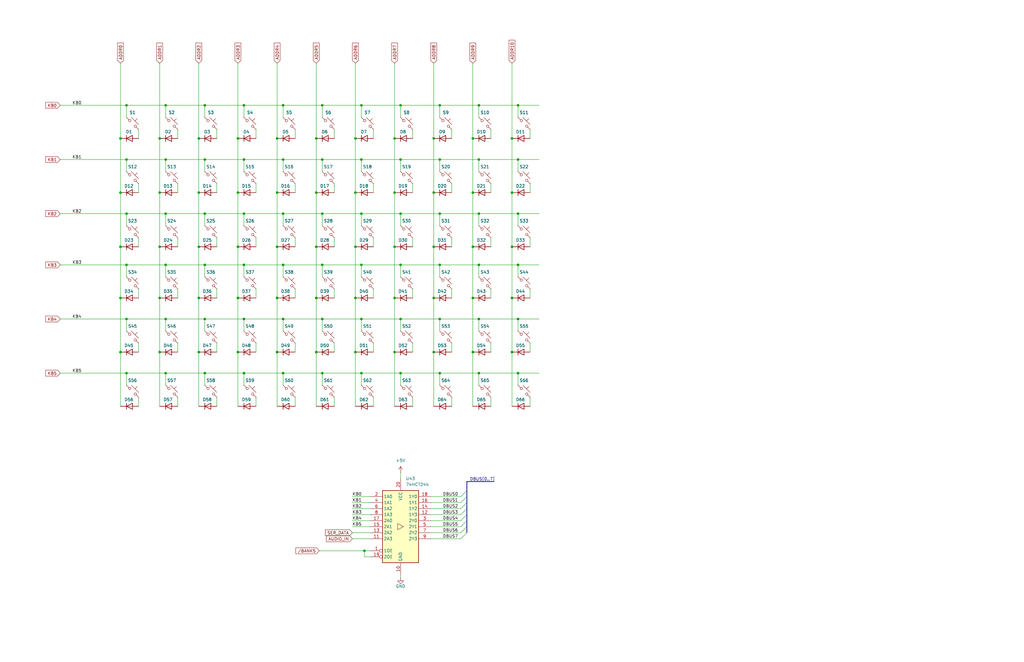
<source format=kicad_sch>
(kicad_sch (version 20231120) (generator "eeschema") (generator_version "8.0")
  (paper "B")
  (junction (at 116.84 125.73))
  (junction (at 133.35 104.14))
  (junction (at 185.42 111.76))
  (junction (at 182.88 81.28))
  (junction (at 86.36 157.48))
  (junction (at 149.86 81.28))
  (junction (at 215.9 58.42))
  (junction (at 168.91 90.17))
  (junction (at 100.33 125.73))
  (junction (at 53.34 90.17))
  (junction (at 86.36 67.31))
  (junction (at 135.89 44.45))
  (junction (at 86.36 134.62))
  (junction (at 218.44 157.48))
  (junction (at 53.34 44.45))
  (junction (at 201.93 134.62))
  (junction (at 182.88 148.59))
  (junction (at 166.37 58.42))
  (junction (at 152.4 67.31))
  (junction (at 86.36 111.76))
  (junction (at 102.87 90.17))
  (junction (at 166.37 81.28))
  (junction (at 83.82 58.42))
  (junction (at 149.86 58.42))
  (junction (at 201.93 90.17))
  (junction (at 218.44 134.62))
  (junction (at 152.4 157.48))
  (junction (at 199.39 58.42))
  (junction (at 185.42 67.31))
  (junction (at 116.84 81.28))
  (junction (at 133.35 148.59))
  (junction (at 119.38 157.48))
  (junction (at 133.35 58.42))
  (junction (at 67.31 58.42))
  (junction (at 218.44 67.31))
  (junction (at 53.34 157.48))
  (junction (at 182.88 104.14))
  (junction (at 215.9 125.73))
  (junction (at 83.82 81.28))
  (junction (at 100.33 148.59))
  (junction (at 67.31 104.14))
  (junction (at 168.91 111.76))
  (junction (at 168.91 157.48))
  (junction (at 152.4 44.45))
  (junction (at 168.91 67.31))
  (junction (at 102.87 157.48))
  (junction (at 201.93 157.48))
  (junction (at 149.86 148.59))
  (junction (at 100.33 104.14))
  (junction (at 199.39 81.28))
  (junction (at 168.91 134.62))
  (junction (at 83.82 148.59))
  (junction (at 135.89 157.48))
  (junction (at 218.44 44.45))
  (junction (at 201.93 44.45))
  (junction (at 100.33 58.42))
  (junction (at 67.31 81.28))
  (junction (at 218.44 90.17))
  (junction (at 53.34 134.62))
  (junction (at 149.86 104.14))
  (junction (at 100.33 81.28))
  (junction (at 102.87 67.31))
  (junction (at 135.89 111.76))
  (junction (at 116.84 58.42))
  (junction (at 199.39 104.14))
  (junction (at 119.38 111.76))
  (junction (at 53.34 111.76))
  (junction (at 53.34 67.31))
  (junction (at 69.85 90.17))
  (junction (at 50.8 58.42))
  (junction (at 185.42 90.17))
  (junction (at 153.67 232.41))
  (junction (at 133.35 81.28))
  (junction (at 185.42 44.45))
  (junction (at 201.93 67.31))
  (junction (at 135.89 90.17))
  (junction (at 83.82 104.14))
  (junction (at 119.38 67.31))
  (junction (at 182.88 125.73))
  (junction (at 116.84 104.14))
  (junction (at 50.8 104.14))
  (junction (at 69.85 111.76))
  (junction (at 50.8 148.59))
  (junction (at 166.37 125.73))
  (junction (at 215.9 104.14))
  (junction (at 102.87 44.45))
  (junction (at 69.85 157.48))
  (junction (at 102.87 134.62))
  (junction (at 135.89 134.62))
  (junction (at 152.4 90.17))
  (junction (at 102.87 111.76))
  (junction (at 201.93 111.76))
  (junction (at 86.36 90.17))
  (junction (at 152.4 111.76))
  (junction (at 166.37 148.59))
  (junction (at 50.8 125.73))
  (junction (at 152.4 134.62))
  (junction (at 119.38 134.62))
  (junction (at 50.8 81.28))
  (junction (at 67.31 148.59))
  (junction (at 86.36 44.45))
  (junction (at 119.38 90.17))
  (junction (at 69.85 134.62))
  (junction (at 135.89 67.31))
  (junction (at 69.85 67.31))
  (junction (at 69.85 44.45))
  (junction (at 67.31 125.73))
  (junction (at 199.39 148.59))
  (junction (at 218.44 111.76))
  (junction (at 199.39 125.73))
  (junction (at 83.82 125.73))
  (junction (at 119.38 44.45))
  (junction (at 166.37 104.14))
  (junction (at 215.9 81.28))
  (junction (at 215.9 148.59))
  (junction (at 116.84 148.59))
  (junction (at 182.88 58.42))
  (junction (at 185.42 134.62))
  (junction (at 185.42 157.48))
  (junction (at 149.86 125.73))
  (junction (at 168.91 44.45))
  (junction (at 133.35 125.73))
  (bus_entry (at 194.31 212.09) (size 2.54 -2.54))
  (bus_entry (at 194.31 209.55) (size 2.54 -2.54))
  (bus_entry (at 194.31 217.17) (size 2.54 -2.54))
  (bus_entry (at 194.31 224.79) (size 2.54 -2.54))
  (bus_entry (at 194.31 219.71) (size 2.54 -2.54))
  (bus_entry (at 194.31 227.33) (size 2.54 -2.54))
  (bus_entry (at 194.31 214.63) (size 2.54 -2.54))
  (bus_entry (at 194.31 222.25) (size 2.54 -2.54))
  (wire (pts (xy 116.84 125.73) (xy 116.84 148.59)))
  (wire (pts (xy 201.93 95.25) (xy 201.93 90.17)))
  (wire (pts (xy 168.91 242.57) (xy 168.91 243.84)))
  (wire (pts (xy 69.85 67.31) (xy 86.36 67.31)))
  (wire (pts (xy 152.4 49.53) (xy 152.4 44.45)))
  (wire (pts (xy 207.01 144.78) (xy 207.01 148.59)))
  (wire (pts (xy 102.87 44.45) (xy 119.38 44.45)))
  (wire (pts (xy 69.85 162.56) (xy 69.85 157.48)))
  (wire (pts (xy 135.89 139.7) (xy 135.89 134.62)))
  (wire (pts (xy 152.4 67.31) (xy 168.91 67.31)))
  (wire (pts (xy 215.9 125.73) (xy 215.9 148.59)))
  (wire (pts (xy 218.44 116.84) (xy 218.44 111.76)))
  (wire (pts (xy 152.4 72.39) (xy 152.4 67.31)))
  (wire (pts (xy 25.4 134.62) (xy 53.34 134.62)))
  (wire (pts (xy 67.31 125.73) (xy 67.31 148.59)))
  (wire (pts (xy 181.61 222.25) (xy 194.31 222.25)))
  (wire (pts (xy 50.8 81.28) (xy 50.8 104.14)))
  (wire (pts (xy 157.48 100.33) (xy 157.48 104.14)))
  (wire (pts (xy 102.87 67.31) (xy 119.38 67.31)))
  (wire (pts (xy 199.39 81.28) (xy 199.39 104.14)))
  (wire (pts (xy 201.93 134.62) (xy 218.44 134.62)))
  (wire (pts (xy 69.85 134.62) (xy 86.36 134.62)))
  (wire (pts (xy 67.31 148.59) (xy 67.31 171.45)))
  (wire (pts (xy 148.59 227.33) (xy 156.21 227.33)))
  (wire (pts (xy 148.59 217.17) (xy 156.21 217.17)))
  (wire (pts (xy 185.42 111.76) (xy 201.93 111.76)))
  (wire (pts (xy 86.36 72.39) (xy 86.36 67.31)))
  (wire (pts (xy 152.4 95.25) (xy 152.4 90.17)))
  (wire (pts (xy 58.42 121.92) (xy 58.42 125.73)))
  (wire (pts (xy 53.34 157.48) (xy 69.85 157.48)))
  (wire (pts (xy 91.44 100.33) (xy 91.44 104.14)))
  (wire (pts (xy 149.86 104.14) (xy 149.86 125.73)))
  (wire (pts (xy 168.91 199.39) (xy 168.91 201.93)))
  (wire (pts (xy 133.35 125.73) (xy 133.35 148.59)))
  (wire (pts (xy 152.4 44.45) (xy 168.91 44.45)))
  (wire (pts (xy 50.8 26.67) (xy 50.8 58.42)))
  (wire (pts (xy 201.93 49.53) (xy 201.93 44.45)))
  (wire (pts (xy 53.34 111.76) (xy 69.85 111.76)))
  (wire (pts (xy 185.42 72.39) (xy 185.42 67.31)))
  (wire (pts (xy 91.44 54.61) (xy 91.44 58.42)))
  (wire (pts (xy 168.91 139.7) (xy 168.91 134.62)))
  (wire (pts (xy 148.59 219.71) (xy 156.21 219.71)))
  (wire (pts (xy 218.44 157.48) (xy 227.33 157.48)))
  (wire (pts (xy 223.52 121.92) (xy 223.52 125.73)))
  (wire (pts (xy 190.5 167.64) (xy 190.5 171.45)))
  (wire (pts (xy 181.61 219.71) (xy 194.31 219.71)))
  (wire (pts (xy 74.93 77.47) (xy 74.93 81.28)))
  (wire (pts (xy 185.42 157.48) (xy 201.93 157.48)))
  (wire (pts (xy 69.85 72.39) (xy 69.85 67.31)))
  (wire (pts (xy 58.42 100.33) (xy 58.42 104.14)))
  (wire (pts (xy 218.44 90.17) (xy 227.33 90.17)))
  (wire (pts (xy 53.34 49.53) (xy 53.34 44.45)))
  (wire (pts (xy 124.46 144.78) (xy 124.46 148.59)))
  (wire (pts (xy 199.39 26.67) (xy 199.39 58.42)))
  (wire (pts (xy 83.82 58.42) (xy 83.82 81.28)))
  (wire (pts (xy 107.95 100.33) (xy 107.95 104.14)))
  (wire (pts (xy 25.4 67.31) (xy 53.34 67.31)))
  (wire (pts (xy 133.35 58.42) (xy 133.35 81.28)))
  (wire (pts (xy 156.21 234.95) (xy 153.67 234.95)))
  (wire (pts (xy 50.8 104.14) (xy 50.8 125.73)))
  (wire (pts (xy 86.36 139.7) (xy 86.36 134.62)))
  (wire (pts (xy 218.44 111.76) (xy 227.33 111.76)))
  (wire (pts (xy 86.36 95.25) (xy 86.36 90.17)))
  (wire (pts (xy 50.8 58.42) (xy 50.8 81.28)))
  (wire (pts (xy 157.48 144.78) (xy 157.48 148.59)))
  (wire (pts (xy 181.61 217.17) (xy 194.31 217.17)))
  (wire (pts (xy 135.89 157.48) (xy 152.4 157.48)))
  (wire (pts (xy 157.48 121.92) (xy 157.48 125.73)))
  (wire (pts (xy 157.48 167.64) (xy 157.48 171.45)))
  (wire (pts (xy 201.93 139.7) (xy 201.93 134.62)))
  (wire (pts (xy 215.9 58.42) (xy 215.9 81.28)))
  (wire (pts (xy 69.85 157.48) (xy 86.36 157.48)))
  (wire (pts (xy 133.35 81.28) (xy 133.35 104.14)))
  (wire (pts (xy 53.34 44.45) (xy 69.85 44.45)))
  (wire (pts (xy 181.61 214.63) (xy 194.31 214.63)))
  (wire (pts (xy 86.36 162.56) (xy 86.36 157.48)))
  (wire (pts (xy 67.31 104.14) (xy 67.31 125.73)))
  (wire (pts (xy 190.5 144.78) (xy 190.5 148.59)))
  (wire (pts (xy 86.36 49.53) (xy 86.36 44.45)))
  (wire (pts (xy 25.4 90.17) (xy 53.34 90.17)))
  (wire (pts (xy 53.34 139.7) (xy 53.34 134.62)))
  (wire (pts (xy 124.46 100.33) (xy 124.46 104.14)))
  (wire (pts (xy 119.38 116.84) (xy 119.38 111.76)))
  (wire (pts (xy 157.48 54.61) (xy 157.48 58.42)))
  (wire (pts (xy 168.91 90.17) (xy 185.42 90.17)))
  (wire (pts (xy 135.89 49.53) (xy 135.89 44.45)))
  (wire (pts (xy 153.67 232.41) (xy 156.21 232.41)))
  (wire (pts (xy 166.37 26.67) (xy 166.37 58.42)))
  (wire (pts (xy 119.38 134.62) (xy 135.89 134.62)))
  (wire (pts (xy 168.91 49.53) (xy 168.91 44.45)))
  (wire (pts (xy 152.4 157.48) (xy 168.91 157.48)))
  (wire (pts (xy 182.88 148.59) (xy 182.88 171.45)))
  (wire (pts (xy 100.33 125.73) (xy 100.33 148.59)))
  (wire (pts (xy 149.86 148.59) (xy 149.86 171.45)))
  (wire (pts (xy 168.91 72.39) (xy 168.91 67.31)))
  (wire (pts (xy 86.36 111.76) (xy 102.87 111.76)))
  (wire (pts (xy 135.89 72.39) (xy 135.89 67.31)))
  (wire (pts (xy 152.4 134.62) (xy 168.91 134.62)))
  (wire (pts (xy 185.42 67.31) (xy 201.93 67.31)))
  (wire (pts (xy 199.39 58.42) (xy 199.39 81.28)))
  (wire (pts (xy 166.37 148.59) (xy 166.37 171.45)))
  (wire (pts (xy 100.33 148.59) (xy 100.33 171.45)))
  (wire (pts (xy 182.88 26.67) (xy 182.88 58.42)))
  (wire (pts (xy 215.9 26.67) (xy 215.9 58.42)))
  (wire (pts (xy 148.59 224.79) (xy 156.21 224.79)))
  (wire (pts (xy 67.31 26.67) (xy 67.31 58.42)))
  (wire (pts (xy 135.89 162.56) (xy 135.89 157.48)))
  (wire (pts (xy 53.34 95.25) (xy 53.34 90.17)))
  (wire (pts (xy 140.97 144.78) (xy 140.97 148.59)))
  (wire (pts (xy 199.39 148.59) (xy 199.39 171.45)))
  (wire (pts (xy 201.93 72.39) (xy 201.93 67.31)))
  (wire (pts (xy 182.88 125.73) (xy 182.88 148.59)))
  (wire (pts (xy 86.36 44.45) (xy 102.87 44.45)))
  (wire (pts (xy 223.52 54.61) (xy 223.52 58.42)))
  (wire (pts (xy 119.38 67.31) (xy 135.89 67.31)))
  (wire (pts (xy 166.37 125.73) (xy 166.37 148.59)))
  (wire (pts (xy 102.87 134.62) (xy 119.38 134.62)))
  (wire (pts (xy 135.89 67.31) (xy 152.4 67.31)))
  (wire (pts (xy 215.9 148.59) (xy 215.9 171.45)))
  (wire (pts (xy 74.93 121.92) (xy 74.93 125.73)))
  (wire (pts (xy 135.89 95.25) (xy 135.89 90.17)))
  (wire (pts (xy 100.33 58.42) (xy 100.33 81.28)))
  (wire (pts (xy 124.46 121.92) (xy 124.46 125.73)))
  (wire (pts (xy 173.99 54.61) (xy 173.99 58.42)))
  (wire (pts (xy 218.44 49.53) (xy 218.44 44.45)))
  (wire (pts (xy 201.93 44.45) (xy 218.44 44.45)))
  (wire (pts (xy 135.89 134.62) (xy 152.4 134.62)))
  (wire (pts (xy 140.97 121.92) (xy 140.97 125.73)))
  (wire (pts (xy 135.89 116.84) (xy 135.89 111.76)))
  (wire (pts (xy 102.87 116.84) (xy 102.87 111.76)))
  (wire (pts (xy 83.82 104.14) (xy 83.82 125.73)))
  (wire (pts (xy 190.5 121.92) (xy 190.5 125.73)))
  (bus (pts (xy 196.85 224.79) (xy 196.85 222.25)))
  (wire (pts (xy 148.59 214.63) (xy 156.21 214.63)))
  (wire (pts (xy 148.59 209.55) (xy 156.21 209.55)))
  (wire (pts (xy 218.44 95.25) (xy 218.44 90.17)))
  (wire (pts (xy 69.85 116.84) (xy 69.85 111.76)))
  (wire (pts (xy 69.85 49.53) (xy 69.85 44.45)))
  (wire (pts (xy 207.01 100.33) (xy 207.01 104.14)))
  (wire (pts (xy 91.44 121.92) (xy 91.44 125.73)))
  (wire (pts (xy 185.42 139.7) (xy 185.42 134.62)))
  (wire (pts (xy 199.39 125.73) (xy 199.39 148.59)))
  (wire (pts (xy 119.38 90.17) (xy 135.89 90.17)))
  (wire (pts (xy 67.31 58.42) (xy 67.31 81.28)))
  (bus (pts (xy 196.85 207.01) (xy 196.85 203.2)))
  (wire (pts (xy 181.61 212.09) (xy 194.31 212.09)))
  (wire (pts (xy 201.93 116.84) (xy 201.93 111.76)))
  (bus (pts (xy 196.85 217.17) (xy 196.85 214.63)))
  (wire (pts (xy 168.91 67.31) (xy 185.42 67.31)))
  (wire (pts (xy 124.46 54.61) (xy 124.46 58.42)))
  (wire (pts (xy 201.93 111.76) (xy 218.44 111.76)))
  (wire (pts (xy 182.88 58.42) (xy 182.88 81.28)))
  (wire (pts (xy 185.42 49.53) (xy 185.42 44.45)))
  (wire (pts (xy 69.85 44.45) (xy 86.36 44.45)))
  (wire (pts (xy 53.34 134.62) (xy 69.85 134.62)))
  (wire (pts (xy 25.4 157.48) (xy 53.34 157.48)))
  (wire (pts (xy 91.44 167.64) (xy 91.44 171.45)))
  (wire (pts (xy 140.97 167.64) (xy 140.97 171.45)))
  (wire (pts (xy 207.01 121.92) (xy 207.01 125.73)))
  (bus (pts (xy 196.85 209.55) (xy 196.85 207.01)))
  (wire (pts (xy 58.42 144.78) (xy 58.42 148.59)))
  (wire (pts (xy 69.85 90.17) (xy 86.36 90.17)))
  (wire (pts (xy 69.85 111.76) (xy 86.36 111.76)))
  (wire (pts (xy 102.87 157.48) (xy 119.38 157.48)))
  (wire (pts (xy 185.42 162.56) (xy 185.42 157.48)))
  (wire (pts (xy 218.44 67.31) (xy 227.33 67.31)))
  (wire (pts (xy 53.34 90.17) (xy 69.85 90.17)))
  (wire (pts (xy 190.5 54.61) (xy 190.5 58.42)))
  (wire (pts (xy 135.89 111.76) (xy 152.4 111.76)))
  (wire (pts (xy 181.61 227.33) (xy 194.31 227.33)))
  (wire (pts (xy 223.52 100.33) (xy 223.52 104.14)))
  (wire (pts (xy 119.38 44.45) (xy 135.89 44.45)))
  (wire (pts (xy 53.34 116.84) (xy 53.34 111.76)))
  (wire (pts (xy 173.99 121.92) (xy 173.99 125.73)))
  (wire (pts (xy 218.44 72.39) (xy 218.44 67.31)))
  (wire (pts (xy 133.35 104.14) (xy 133.35 125.73)))
  (wire (pts (xy 86.36 157.48) (xy 102.87 157.48)))
  (wire (pts (xy 148.59 222.25) (xy 156.21 222.25)))
  (wire (pts (xy 67.31 81.28) (xy 67.31 104.14)))
  (wire (pts (xy 53.34 162.56) (xy 53.34 157.48)))
  (wire (pts (xy 215.9 104.14) (xy 215.9 125.73)))
  (wire (pts (xy 74.93 54.61) (xy 74.93 58.42)))
  (wire (pts (xy 168.91 116.84) (xy 168.91 111.76)))
  (wire (pts (xy 181.61 224.79) (xy 194.31 224.79)))
  (wire (pts (xy 107.95 144.78) (xy 107.95 148.59)))
  (wire (pts (xy 100.33 104.14) (xy 100.33 125.73)))
  (wire (pts (xy 185.42 134.62) (xy 201.93 134.62)))
  (wire (pts (xy 152.4 90.17) (xy 168.91 90.17)))
  (wire (pts (xy 119.38 139.7) (xy 119.38 134.62)))
  (wire (pts (xy 58.42 54.61) (xy 58.42 58.42)))
  (wire (pts (xy 107.95 121.92) (xy 107.95 125.73)))
  (wire (pts (xy 102.87 111.76) (xy 119.38 111.76)))
  (wire (pts (xy 166.37 81.28) (xy 166.37 104.14)))
  (wire (pts (xy 140.97 77.47) (xy 140.97 81.28)))
  (wire (pts (xy 201.93 67.31) (xy 218.44 67.31)))
  (wire (pts (xy 149.86 125.73) (xy 149.86 148.59)))
  (wire (pts (xy 25.4 111.76) (xy 53.34 111.76)))
  (wire (pts (xy 223.52 144.78) (xy 223.52 148.59)))
  (wire (pts (xy 218.44 139.7) (xy 218.44 134.62)))
  (wire (pts (xy 185.42 44.45) (xy 201.93 44.45)))
  (wire (pts (xy 91.44 77.47) (xy 91.44 81.28)))
  (wire (pts (xy 149.86 58.42) (xy 149.86 81.28)))
  (wire (pts (xy 223.52 77.47) (xy 223.52 81.28)))
  (wire (pts (xy 140.97 54.61) (xy 140.97 58.42)))
  (wire (pts (xy 100.33 26.67) (xy 100.33 58.42)))
  (wire (pts (xy 157.48 77.47) (xy 157.48 81.28)))
  (wire (pts (xy 185.42 95.25) (xy 185.42 90.17)))
  (wire (pts (xy 119.38 95.25) (xy 119.38 90.17)))
  (wire (pts (xy 173.99 100.33) (xy 173.99 104.14)))
  (wire (pts (xy 133.35 26.67) (xy 133.35 58.42)))
  (wire (pts (xy 116.84 81.28) (xy 116.84 104.14)))
  (bus (pts (xy 196.85 212.09) (xy 196.85 209.55)))
  (wire (pts (xy 83.82 26.67) (xy 83.82 58.42)))
  (wire (pts (xy 83.82 81.28) (xy 83.82 104.14)))
  (wire (pts (xy 182.88 81.28) (xy 182.88 104.14)))
  (wire (pts (xy 218.44 44.45) (xy 227.33 44.45)))
  (wire (pts (xy 135.89 90.17) (xy 152.4 90.17)))
  (wire (pts (xy 69.85 95.25) (xy 69.85 90.17)))
  (wire (pts (xy 201.93 157.48) (xy 218.44 157.48)))
  (wire (pts (xy 74.93 167.64) (xy 74.93 171.45)))
  (wire (pts (xy 168.91 157.48) (xy 185.42 157.48)))
  (wire (pts (xy 102.87 49.53) (xy 102.87 44.45)))
  (wire (pts (xy 149.86 26.67) (xy 149.86 58.42)))
  (wire (pts (xy 119.38 49.53) (xy 119.38 44.45)))
  (wire (pts (xy 168.91 111.76) (xy 185.42 111.76)))
  (wire (pts (xy 181.61 209.55) (xy 194.31 209.55)))
  (wire (pts (xy 124.46 167.64) (xy 124.46 171.45)))
  (wire (pts (xy 153.67 234.95) (xy 153.67 232.41)))
  (wire (pts (xy 134.62 232.41) (xy 153.67 232.41)))
  (wire (pts (xy 107.95 54.61) (xy 107.95 58.42)))
  (wire (pts (xy 116.84 58.42) (xy 116.84 81.28)))
  (wire (pts (xy 119.38 157.48) (xy 135.89 157.48)))
  (wire (pts (xy 133.35 148.59) (xy 133.35 171.45)))
  (wire (pts (xy 199.39 104.14) (xy 199.39 125.73)))
  (wire (pts (xy 119.38 162.56) (xy 119.38 157.48)))
  (wire (pts (xy 135.89 44.45) (xy 152.4 44.45)))
  (wire (pts (xy 119.38 111.76) (xy 135.89 111.76)))
  (wire (pts (xy 91.44 144.78) (xy 91.44 148.59)))
  (wire (pts (xy 86.36 67.31) (xy 102.87 67.31)))
  (wire (pts (xy 50.8 148.59) (xy 50.8 171.45)))
  (wire (pts (xy 190.5 77.47) (xy 190.5 81.28)))
  (wire (pts (xy 168.91 95.25) (xy 168.91 90.17)))
  (wire (pts (xy 102.87 90.17) (xy 119.38 90.17)))
  (wire (pts (xy 190.5 100.33) (xy 190.5 104.14)))
  (wire (pts (xy 218.44 134.62) (xy 227.33 134.62)))
  (wire (pts (xy 201.93 90.17) (xy 218.44 90.17)))
  (wire (pts (xy 166.37 104.14) (xy 166.37 125.73)))
  (wire (pts (xy 207.01 77.47) (xy 207.01 81.28)))
  (wire (pts (xy 168.91 162.56) (xy 168.91 157.48)))
  (wire (pts (xy 116.84 148.59) (xy 116.84 171.45)))
  (wire (pts (xy 102.87 95.25) (xy 102.87 90.17)))
  (wire (pts (xy 152.4 116.84) (xy 152.4 111.76)))
  (wire (pts (xy 102.87 139.7) (xy 102.87 134.62)))
  (wire (pts (xy 74.93 144.78) (xy 74.93 148.59)))
  (wire (pts (xy 148.59 212.09) (xy 156.21 212.09)))
  (wire (pts (xy 182.88 104.14) (xy 182.88 125.73)))
  (wire (pts (xy 25.4 44.45) (xy 53.34 44.45)))
  (wire (pts (xy 102.87 162.56) (xy 102.87 157.48)))
  (wire (pts (xy 86.36 116.84) (xy 86.36 111.76)))
  (wire (pts (xy 207.01 167.64) (xy 207.01 171.45)))
  (wire (pts (xy 140.97 100.33) (xy 140.97 104.14)))
  (bus (pts (xy 196.85 203.2) (xy 208.28 203.2)))
  (wire (pts (xy 166.37 58.42) (xy 166.37 81.28)))
  (wire (pts (xy 69.85 139.7) (xy 69.85 134.62)))
  (wire (pts (xy 201.93 162.56) (xy 201.93 157.48)))
  (wire (pts (xy 83.82 125.73) (xy 83.82 148.59)))
  (bus (pts (xy 196.85 219.71) (xy 196.85 217.17)))
  (wire (pts (xy 223.52 167.64) (xy 223.52 171.45)))
  (wire (pts (xy 116.84 104.14) (xy 116.84 125.73)))
  (wire (pts (xy 53.34 67.31) (xy 69.85 67.31)))
  (wire (pts (xy 83.82 148.59) (xy 83.82 171.45)))
  (wire (pts (xy 173.99 167.64) (xy 173.99 171.45)))
  (wire (pts (xy 100.33 81.28) (xy 100.33 104.14)))
  (wire (pts (xy 107.95 167.64) (xy 107.95 171.45)))
  (wire (pts (xy 152.4 162.56) (xy 152.4 157.48)))
  (wire (pts (xy 119.38 72.39) (xy 119.38 67.31)))
  (wire (pts (xy 168.91 44.45) (xy 185.42 44.45)))
  (bus (pts (xy 196.85 214.63) (xy 196.85 212.09)))
  (wire (pts (xy 58.42 77.47) (xy 58.42 81.28)))
  (wire (pts (xy 168.91 134.62) (xy 185.42 134.62)))
  (wire (pts (xy 218.44 162.56) (xy 218.44 157.48)))
  (bus (pts (xy 196.85 222.25) (xy 196.85 219.71)))
  (wire (pts (xy 215.9 81.28) (xy 215.9 104.14)))
  (wire (pts (xy 149.86 81.28) (xy 149.86 104.14)))
  (wire (pts (xy 107.95 77.47) (xy 107.95 81.28)))
  (wire (pts (xy 173.99 144.78) (xy 173.99 148.59)))
  (wire (pts (xy 152.4 111.76) (xy 168.91 111.76)))
  (wire (pts (xy 185.42 116.84) (xy 185.42 111.76)))
  (wire (pts (xy 50.8 125.73) (xy 50.8 148.59)))
  (wire (pts (xy 102.87 72.39) (xy 102.87 67.31)))
  (wire (pts (xy 185.42 90.17) (xy 201.93 90.17)))
  (wire (pts (xy 53.34 72.39) (xy 53.34 67.31)))
  (wire (pts (xy 124.46 77.47) (xy 124.46 81.28)))
  (wire (pts (xy 74.93 100.33) (xy 74.93 104.14)))
  (wire (pts (xy 58.42 167.64) (xy 58.42 171.45)))
  (wire (pts (xy 152.4 139.7) (xy 152.4 134.62)))
  (wire (pts (xy 173.99 77.47) (xy 173.99 81.28)))
  (wire (pts (xy 207.01 54.61) (xy 207.01 58.42)))
  (wire (pts (xy 116.84 26.67) (xy 116.84 58.42)))
  (wire (pts (xy 86.36 90.17) (xy 102.87 90.17)))
  (wire (pts (xy 86.36 134.62) (xy 102.87 134.62)))
  (label "DBUS2" (at 186.69 214.63 0))
  (label "KB4" (at 30.48 134.62 0))
  (label "KB5" (at 30.48 157.48 0))
  (label "KB5" (at 148.59 222.25 0))
  (label "KB1" (at 30.48 67.31 0))
  (label "DBUS1" (at 186.69 212.09 0))
  (label "DBUS[0..7]" (at 198.12 203.2 0))
  (label "KB1" (at 148.59 212.09 0))
  (label "DBUS3" (at 186.69 217.17 0))
  (label "KB3" (at 30.48 111.76 0))
  (label "KB3" (at 148.59 217.17 0))
  (label "DBUS6" (at 186.69 224.79 0))
  (label "DBUS7" (at 186.69 227.33 0))
  (label "KB2" (at 148.59 214.63 0))
  (label "DBUS0" (at 186.69 209.55 0))
  (label "DBUS5" (at 186.69 222.25 0))
  (label "KB2" (at 30.48 90.17 0))
  (label "KB0" (at 30.48 44.45 0))
  (label "KB0" (at 148.59 209.55 0))
  (label "KB4" (at 148.59 219.71 0))
  (label "DBUS4" (at 186.69 219.71 0))
  (global_label "ADDR0" (shape input) (at 50.8 26.67 90) (property "Intersheetrefs" "${INTERSHEET_REFS}" (effects (hide yes))))
  (global_label "ADDR7" (shape input) (at 166.37 26.67 90) (property "Intersheetrefs" "${INTERSHEET_REFS}" (effects (hide yes))))
  (global_label "KB3" (shape input) (at 25.4 111.76 180) (property "Intersheetrefs" "${INTERSHEET_REFS}" (effects (hide yes))))
  (global_label "ADDR3" (shape input) (at 100.33 26.67 90) (property "Intersheetrefs" "${INTERSHEET_REFS}" (effects (hide yes))))
  (global_label "KB1" (shape input) (at 25.4 67.31 180) (property "Intersheetrefs" "${INTERSHEET_REFS}" (effects (hide yes))))
  (global_label "ADDR5" (shape input) (at 133.35 26.67 90) (property "Intersheetrefs" "${INTERSHEET_REFS}" (effects (hide yes))))
  (global_label "KB4" (shape input) (at 25.4 134.62 180) (property "Intersheetrefs" "${INTERSHEET_REFS}" (effects (hide yes))))
  (global_label "ADDR10" (shape input) (at 215.9 26.67 90) (property "Intersheetrefs" "${INTERSHEET_REFS}" (effects (hide yes))))
  (global_label "{slash}BANK5" (shape input) (at 134.62 232.41 180) (property "Intersheetrefs" "${INTERSHEET_REFS}" (effects (hide yes))))
  (global_label "ADDR6" (shape input) (at 149.86 26.67 90) (property "Intersheetrefs" "${INTERSHEET_REFS}" (effects (hide yes))))
  (global_label "ADDR1" (shape input) (at 67.31 26.67 90) (property "Intersheetrefs" "${INTERSHEET_REFS}" (effects (hide yes))))
  (global_label "KB0" (shape input) (at 25.4 44.45 180) (property "Intersheetrefs" "${INTERSHEET_REFS}" (effects (hide yes))))
  (global_label "ADDR8" (shape input) (at 182.88 26.67 90) (property "Intersheetrefs" "${INTERSHEET_REFS}" (effects (hide yes))))
  (global_label "KB2" (shape input) (at 25.4 90.17 180) (property "Intersheetrefs" "${INTERSHEET_REFS}" (effects (hide yes))))
  (global_label "AUDIO_IN" (shape input) (at 148.59 227.33 180) (property "Intersheetrefs" "${INTERSHEET_REFS}" (effects (hide yes))))
  (global_label "ADDR2" (shape input) (at 83.82 26.67 90) (property "Intersheetrefs" "${INTERSHEET_REFS}" (effects (hide yes))))
  (global_label "ADDR4" (shape input) (at 116.84 26.67 90) (property "Intersheetrefs" "${INTERSHEET_REFS}" (effects (hide yes))))
  (global_label "SER_DATA" (shape input) (at 148.59 224.79 180) (property "Intersheetrefs" "${INTERSHEET_REFS}" (effects (hide yes))))
  (global_label "KB5" (shape input) (at 25.4 157.48 180) (property "Intersheetrefs" "${INTERSHEET_REFS}" (effects (hide yes))))
  (global_label "ADDR9" (shape input) (at 199.39 26.67 90) (property "Intersheetrefs" "${INTERSHEET_REFS}" (effects (hide yes))))
  (symbol (lib_id "ScottoKeeB:Placeholder_Keyswitch") (at 154.94 165.1 0) (unit 1)
    (property "Reference" "S62" (at 154.94 160.528 0))
    (property "Value" "Keyswitch" (effects (hide yes)))
    (property "Description" "Push button switch, normally open, two pins, 45° tilted" (effects (hide yes)))
  )
  (symbol (lib_id "power:GND") (at 168.91 243.84 0) (unit 1)
    (property "Reference" "#PWR083" (effects (hide yes)))
    (property "Value" "GND" (at 168.91 247.396 0))
    (property "Description" "Power symbol creates a global label with name \"GND\" , ground" (effects (hide yes)))
  )
  (symbol (lib_id "ScottoKeeB:Placeholder_Diode") (at 137.16 148.59 0) (unit 1)
    (property "Reference" "D50" (at 136.906 145.796 0))
    (property "Value" "Diode" (effects (hide yes)))
    (property "Description" "1N4148 (DO-35) or 1N4148W (SOD-123)" (effects (hide yes)))
    (property "Sim.Device" "D" (effects (hide yes)))
    (property "Sim.Pins" "1=K 2=A" (effects (hide yes)))
  )
  (symbol (lib_id "ScottoKeeB:Placeholder_Diode") (at 54.61 58.42 0) (unit 1)
    (property "Reference" "D1" (at 54.356 55.626 0))
    (property "Value" "Diode" (effects (hide yes)))
    (property "Description" "1N4148 (DO-35) or 1N4148W (SOD-123)" (effects (hide yes)))
    (property "Sim.Device" "D" (effects (hide yes)))
    (property "Sim.Pins" "1=K 2=A" (effects (hide yes)))
  )
  (symbol (lib_id "ScottoKeeB:Placeholder_Diode") (at 120.65 104.14 0) (unit 1)
    (property "Reference" "D27" (at 120.396 101.346 0))
    (property "Value" "Diode" (effects (hide yes)))
    (property "Description" "1N4148 (DO-35) or 1N4148W (SOD-123)" (effects (hide yes)))
    (property "Sim.Device" "D" (effects (hide yes)))
    (property "Sim.Pins" "1=K 2=A" (effects (hide yes)))
  )
  (symbol (lib_id "ScottoKeeB:Placeholder_Diode") (at 137.16 58.42 0) (unit 1)
    (property "Reference" "D6" (at 136.906 55.626 0))
    (property "Value" "Diode" (effects (hide yes)))
    (property "Description" "1N4148 (DO-35) or 1N4148W (SOD-123)" (effects (hide yes)))
    (property "Sim.Device" "D" (effects (hide yes)))
    (property "Sim.Pins" "1=K 2=A" (effects (hide yes)))
  )
  (symbol (lib_id "ScottoKeeB:Placeholder_Diode") (at 71.12 148.59 0) (unit 1)
    (property "Reference" "D46" (at 70.866 145.796 0))
    (property "Value" "Diode" (effects (hide yes)))
    (property "Description" "1N4148 (DO-35) or 1N4148W (SOD-123)" (effects (hide yes)))
    (property "Sim.Device" "D" (effects (hide yes)))
    (property "Sim.Pins" "1=K 2=A" (effects (hide yes)))
  )
  (symbol (lib_id "ScottoKeeB:Placeholder_Diode") (at 170.18 81.28 0) (unit 1)
    (property "Reference" "D19" (at 169.926 78.486 0))
    (property "Value" "Diode" (effects (hide yes)))
    (property "Description" "1N4148 (DO-35) or 1N4148W (SOD-123)" (effects (hide yes)))
    (property "Sim.Device" "D" (effects (hide yes)))
    (property "Sim.Pins" "1=K 2=A" (effects (hide yes)))
  )
  (symbol (lib_id "ScottoKeeB:Placeholder_Diode") (at 186.69 171.45 0) (unit 1)
    (property "Reference" "D64" (at 186.436 168.656 0))
    (property "Value" "Diode" (effects (hide yes)))
    (property "Description" "1N4148 (DO-35) or 1N4148W (SOD-123)" (effects (hide yes)))
    (property "Sim.Device" "D" (effects (hide yes)))
    (property "Sim.Pins" "1=K 2=A" (effects (hide yes)))
  )
  (symbol (lib_id "ScottoKeeB:Placeholder_Keyswitch") (at 88.9 97.79 0) (unit 1)
    (property "Reference" "S25" (at 88.9 93.218 0))
    (property "Value" "Keyswitch" (effects (hide yes)))
    (property "Description" "Push button switch, normally open, two pins, 45° tilted" (effects (hide yes)))
  )
  (symbol (lib_id "ScottoKeeB:Placeholder_Diode") (at 54.61 171.45 0) (unit 1)
    (property "Reference" "D56" (at 54.356 168.656 0))
    (property "Value" "Diode" (effects (hide yes)))
    (property "Description" "1N4148 (DO-35) or 1N4148W (SOD-123)" (effects (hide yes)))
    (property "Sim.Device" "D" (effects (hide yes)))
    (property "Sim.Pins" "1=K 2=A" (effects (hide yes)))
  )
  (symbol (lib_id "ScottoKeeB:Placeholder_Diode") (at 186.69 125.73 0) (unit 1)
    (property "Reference" "D42" (at 186.436 122.936 0))
    (property "Value" "Diode" (effects (hide yes)))
    (property "Description" "1N4148 (DO-35) or 1N4148W (SOD-123)" (effects (hide yes)))
    (property "Sim.Device" "D" (effects (hide yes)))
    (property "Sim.Pins" "1=K 2=A" (effects (hide yes)))
  )
  (symbol (lib_id "ScottoKeeB:Placeholder_Diode") (at 54.61 104.14 0) (unit 1)
    (property "Reference" "D23" (at 54.356 101.346 0))
    (property "Value" "Diode" (effects (hide yes)))
    (property "Description" "1N4148 (DO-35) or 1N4148W (SOD-123)" (effects (hide yes)))
    (property "Sim.Device" "D" (effects (hide yes)))
    (property "Sim.Pins" "1=K 2=A" (effects (hide yes)))
  )
  (symbol (lib_id "ScottoKeeB:Placeholder_Keyswitch") (at 204.47 52.07 0) (unit 1)
    (property "Reference" "S10" (at 204.47 47.498 0))
    (property "Value" "Keyswitch" (effects (hide yes)))
    (property "Description" "Push button switch, normally open, two pins, 45° tilted" (effects (hide yes)))
  )
  (symbol (lib_id "ScottoKeeB:Placeholder_Diode") (at 203.2 171.45 0) (unit 1)
    (property "Reference" "D65" (at 202.946 168.656 0))
    (property "Value" "Diode" (effects (hide yes)))
    (property "Description" "1N4148 (DO-35) or 1N4148W (SOD-123)" (effects (hide yes)))
    (property "Sim.Device" "D" (effects (hide yes)))
    (property "Sim.Pins" "1=K 2=A" (effects (hide yes)))
  )
  (symbol (lib_id "ScottoKeeB:Placeholder_Diode") (at 170.18 104.14 0) (unit 1)
    (property "Reference" "D30" (at 169.926 101.346 0))
    (property "Value" "Diode" (effects (hide yes)))
    (property "Description" "1N4148 (DO-35) or 1N4148W (SOD-123)" (effects (hide yes)))
    (property "Sim.Device" "D" (effects (hide yes)))
    (property "Sim.Pins" "1=K 2=A" (effects (hide yes)))
  )
  (symbol (lib_id "ScottoKeeB:Placeholder_Keyswitch") (at 171.45 119.38 0) (unit 1)
    (property "Reference" "S41" (at 171.45 114.808 0))
    (property "Value" "Keyswitch" (effects (hide yes)))
    (property "Description" "Push button switch, normally open, two pins, 45° tilted" (effects (hide yes)))
  )
  (symbol (lib_id "ScottoKeeB:Placeholder_Keyswitch") (at 204.47 97.79 0) (unit 1)
    (property "Reference" "S32" (at 204.47 93.218 0))
    (property "Value" "Keyswitch" (effects (hide yes)))
    (property "Description" "Push button switch, normally open, two pins, 45° tilted" (effects (hide yes)))
  )
  (symbol (lib_id "ScottoKeeB:Placeholder_Keyswitch") (at 55.88 74.93 0) (unit 1)
    (property "Reference" "S12" (at 55.88 70.358 0))
    (property "Value" "Keyswitch" (effects (hide yes)))
    (property "Description" "Push button switch, normally open, two pins, 45° tilted" (effects (hide yes)))
  )
  (symbol (lib_id "power:+5V") (at 168.91 199.39 0) (unit 1)
    (property "Reference" "#PWR082" (effects (hide yes)))
    (property "Value" "+5V" (at 168.91 194.31 0))
    (property "Description" "Power symbol creates a global label with name \"+5V\"" (effects (hide yes)))
  )
  (symbol (lib_id "ScottoKeeB:Placeholder_Diode") (at 137.16 125.73 0) (unit 1)
    (property "Reference" "D39" (at 136.906 122.936 0))
    (property "Value" "Diode" (effects (hide yes)))
    (property "Description" "1N4148 (DO-35) or 1N4148W (SOD-123)" (effects (hide yes)))
    (property "Sim.Device" "D" (effects (hide yes)))
    (property "Sim.Pins" "1=K 2=A" (effects (hide yes)))
  )
  (symbol (lib_id "ScottoKeeB:Placeholder_Diode") (at 120.65 125.73 0) (unit 1)
    (property "Reference" "D38" (at 120.396 122.936 0))
    (property "Value" "Diode" (effects (hide yes)))
    (property "Description" "1N4148 (DO-35) or 1N4148W (SOD-123)" (effects (hide yes)))
    (property "Sim.Device" "D" (effects (hide yes)))
    (property "Sim.Pins" "1=K 2=A" (effects (hide yes)))
  )
  (symbol (lib_id "ScottoKeeB:Placeholder_Diode") (at 120.65 81.28 0) (unit 1)
    (property "Reference" "D16" (at 120.396 78.486 0))
    (property "Value" "Diode" (effects (hide yes)))
    (property "Description" "1N4148 (DO-35) or 1N4148W (SOD-123)" (effects (hide yes)))
    (property "Sim.Device" "D" (effects (hide yes)))
    (property "Sim.Pins" "1=K 2=A" (effects (hide yes)))
  )
  (symbol (lib_id "ScottoKeeB:Placeholder_Diode") (at 219.71 171.45 0) (unit 1)
    (property "Reference" "D66" (at 219.456 168.656 0))
    (property "Value" "Diode" (effects (hide yes)))
    (property "Description" "1N4148 (DO-35) or 1N4148W (SOD-123)" (effects (hide yes)))
    (property "Sim.Device" "D" (effects (hide yes)))
    (property "Sim.Pins" "1=K 2=A" (effects (hide yes)))
  )
  (symbol (lib_id "ScottoKeeB:Placeholder_Keyswitch") (at 187.96 97.79 0) (unit 1)
    (property "Reference" "S31" (at 187.96 93.218 0))
    (property "Value" "Keyswitch" (effects (hide yes)))
    (property "Description" "Push button switch, normally open, two pins, 45° tilted" (effects (hide yes)))
  )
  (symbol (lib_id "ScottoKeeB:Placeholder_Diode") (at 137.16 104.14 0) (unit 1)
    (property "Reference" "D28" (at 136.906 101.346 0))
    (property "Value" "Diode" (effects (hide yes)))
    (property "Description" "1N4148 (DO-35) or 1N4148W (SOD-123)" (effects (hide yes)))
    (property "Sim.Device" "D" (effects (hide yes)))
    (property "Sim.Pins" "1=K 2=A" (effects (hide yes)))
  )
  (symbol (lib_id "ScottoKeeB:Placeholder_Keyswitch") (at 88.9 52.07 0) (unit 1)
    (property "Reference" "S3" (at 88.9 47.498 0))
    (property "Value" "Keyswitch" (effects (hide yes)))
    (property "Description" "Push button switch, normally open, two pins, 45° tilted" (effects (hide yes)))
  )
  (symbol (lib_id "ScottoKeeB:Placeholder_Keyswitch") (at 138.43 165.1 0) (unit 1)
    (property "Reference" "S61" (at 138.43 160.528 0))
    (property "Value" "Keyswitch" (effects (hide yes)))
    (property "Description" "Push button switch, normally open, two pins, 45° tilted" (effects (hide yes)))
  )
  (symbol (lib_id "ScottoKeeB:Placeholder_Diode") (at 203.2 104.14 0) (unit 1)
    (property "Reference" "D32" (at 202.946 101.346 0))
    (property "Value" "Diode" (effects (hide yes)))
    (property "Description" "1N4148 (DO-35) or 1N4148W (SOD-123)" (effects (hide yes)))
    (property "Sim.Device" "D" (effects (hide yes)))
    (property "Sim.Pins" "1=K 2=A" (effects (hide yes)))
  )
  (symbol (lib_id "ScottoKeeB:Placeholder_Keyswitch") (at 138.43 142.24 0) (unit 1)
    (property "Reference" "S50" (at 138.43 137.668 0))
    (property "Value" "Keyswitch" (effects (hide yes)))
    (property "Description" "Push button switch, normally open, two pins, 45° tilted" (effects (hide yes)))
  )
  (symbol (lib_id "ScottoKeeB:Placeholder_Diode") (at 203.2 81.28 0) (unit 1)
    (property "Reference" "D21" (at 202.946 78.486 0))
    (property "Value" "Diode" (effects (hide yes)))
    (property "Description" "1N4148 (DO-35) or 1N4148W (SOD-123)" (effects (hide yes)))
    (property "Sim.Device" "D" (effects (hide yes)))
    (property "Sim.Pins" "1=K 2=A" (effects (hide yes)))
  )
  (symbol (lib_id "ScottoKeeB:Placeholder_Keyswitch") (at 220.98 165.1 0) (unit 1)
    (property "Reference" "S66" (at 220.98 160.528 0))
    (property "Value" "Keyswitch" (effects (hide yes)))
    (property "Description" "Push button switch, normally open, two pins, 45° tilted" (effects (hide yes)))
  )
  (symbol (lib_id "ScottoKeeB:Placeholder_Diode") (at 186.69 148.59 0) (unit 1)
    (property "Reference" "D53" (at 186.436 145.796 0))
    (property "Value" "Diode" (effects (hide yes)))
    (property "Description" "1N4148 (DO-35) or 1N4148W (SOD-123)" (effects (hide yes)))
    (property "Sim.Device" "D" (effects (hide yes)))
    (property "Sim.Pins" "1=K 2=A" (effects (hide yes)))
  )
  (symbol (lib_id "ScottoKeeB:Placeholder_Diode") (at 71.12 125.73 0) (unit 1)
    (property "Reference" "D35" (at 70.866 122.936 0))
    (property "Value" "Diode" (effects (hide yes)))
    (property "Description" "1N4148 (DO-35) or 1N4148W (SOD-123)" (effects (hide yes)))
    (property "Sim.Device" "D" (effects (hide yes)))
    (property "Sim.Pins" "1=K 2=A" (effects (hide yes)))
  )
  (symbol (lib_id "ScottoKeeB:Placeholder_Diode") (at 203.2 148.59 0) (unit 1)
    (property "Reference" "D54" (at 202.946 145.796 0))
    (property "Value" "Diode" (effects (hide yes)))
    (property "Description" "1N4148 (DO-35) or 1N4148W (SOD-123)" (effects (hide yes)))
    (property "Sim.Device" "D" (effects (hide yes)))
    (property "Sim.Pins" "1=K 2=A" (effects (hide yes)))
  )
  (symbol (lib_id "ScottoKeeB:Placeholder_Diode") (at 219.71 104.14 0) (unit 1)
    (property "Reference" "D33" (at 219.456 101.346 0))
    (property "Value" "Diode" (effects (hide yes)))
    (property "Description" "1N4148 (DO-35) or 1N4148W (SOD-123)" (effects (hide yes)))
    (property "Sim.Device" "D" (effects (hide yes)))
    (property "Sim.Pins" "1=K 2=A" (effects (hide yes)))
  )
  (symbol (lib_id "ScottoKeeB:Placeholder_Keyswitch") (at 105.41 142.24 0) (unit 1)
    (property "Reference" "S48" (at 105.41 137.668 0))
    (property "Value" "Keyswitch" (effects (hide yes)))
    (property "Description" "Push button switch, normally open, two pins, 45° tilted" (effects (hide yes)))
  )
  (symbol (lib_id "ScottoKeeB:Placeholder_Keyswitch") (at 187.96 119.38 0) (unit 1)
    (property "Reference" "S42" (at 187.96 114.808 0))
    (property "Value" "Keyswitch" (effects (hide yes)))
    (property "Description" "Push button switch, normally open, two pins, 45° tilted" (effects (hide yes)))
  )
  (symbol (lib_id "ScottoKeeB:Placeholder_Keyswitch") (at 138.43 74.93 0) (unit 1)
    (property "Reference" "S17" (at 138.43 70.358 0))
    (property "Value" "Keyswitch" (effects (hide yes)))
    (property "Description" "Push button switch, normally open, two pins, 45° tilted" (effects (hide yes)))
  )
  (symbol (lib_id "ScottoKeeB:Placeholder_Diode") (at 120.65 148.59 0) (unit 1)
    (property "Reference" "D49" (at 120.396 145.796 0))
    (property "Value" "Diode" (effects (hide yes)))
    (property "Description" "1N4148 (DO-35) or 1N4148W (SOD-123)" (effects (hide yes)))
    (property "Sim.Device" "D" (effects (hide yes)))
    (property "Sim.Pins" "1=K 2=A" (effects (hide yes)))
  )
  (symbol (lib_id "ScottoKeeB:Placeholder_Diode") (at 104.14 171.45 0) (unit 1)
    (property "Reference" "D59" (at 103.886 168.656 0))
    (property "Value" "Diode" (effects (hide yes)))
    (property "Description" "1N4148 (DO-35) or 1N4148W (SOD-123)" (effects (hide yes)))
    (property "Sim.Device" "D" (effects (hide yes)))
    (property "Sim.Pins" "1=K 2=A" (effects (hide yes)))
  )
  (symbol (lib_id "ScottoKeeB:Placeholder_Keyswitch") (at 138.43 97.79 0) (unit 1)
    (property "Reference" "S28" (at 138.43 93.218 0))
    (property "Value" "Keyswitch" (effects (hide yes)))
    (property "Description" "Push button switch, normally open, two pins, 45° tilted" (effects (hide yes)))
  )
  (symbol (lib_id "ScottoKeeB:Placeholder_Diode") (at 120.65 171.45 0) (unit 1)
    (property "Reference" "D60" (at 120.396 168.656 0))
    (property "Value" "Diode" (effects (hide yes)))
    (property "Description" "1N4148 (DO-35) or 1N4148W (SOD-123)" (effects (hide yes)))
    (property "Sim.Device" "D" (effects (hide yes)))
    (property "Sim.Pins" "1=K 2=A" (effects (hide yes)))
  )
  (symbol (lib_id "ScottoKeeB:Placeholder_Keyswitch") (at 72.39 142.24 0) (unit 1)
    (property "Reference" "S46" (at 72.39 137.668 0))
    (property "Value" "Keyswitch" (effects (hide yes)))
    (property "Description" "Push button switch, normally open, two pins, 45° tilted" (effects (hide yes)))
  )
  (symbol (lib_id "ScottoKeeB:Placeholder_Keyswitch") (at 55.88 119.38 0) (unit 1)
    (property "Reference" "S34" (at 55.88 114.808 0))
    (property "Value" "Keyswitch" (effects (hide yes)))
    (property "Description" "Push button switch, normally open, two pins, 45° tilted" (effects (hide yes)))
  )
  (symbol (lib_id "ScottoKeeB:Placeholder_Keyswitch") (at 105.41 165.1 0) (unit 1)
    (property "Reference" "S59" (at 105.41 160.528 0))
    (property "Value" "Keyswitch" (effects (hide yes)))
    (property "Description" "Push button switch, normally open, two pins, 45° tilted" (effects (hide yes)))
  )
  (symbol (lib_id "ScottoKeeB:Placeholder_Keyswitch") (at 55.88 52.07 0) (unit 1)
    (property "Reference" "S1" (at 55.88 47.498 0))
    (property "Value" "Keyswitch" (effects (hide yes)))
    (property "Description" "Push button switch, normally open, two pins, 45° tilted" (effects (hide yes)))
  )
  (symbol (lib_id "ScottoKeeB:Placeholder_Keyswitch") (at 72.39 52.07 0) (unit 1)
    (property "Reference" "S2" (at 72.39 47.498 0))
    (property "Value" "Keyswitch" (effects (hide yes)))
    (property "Description" "Push button switch, normally open, two pins, 45° tilted" (effects (hide yes)))
  )
  (symbol (lib_id "ScottoKeeB:Placeholder_Diode") (at 104.14 125.73 0) (unit 1)
    (property "Reference" "D37" (at 103.886 122.936 0))
    (property "Value" "Diode" (effects (hide yes)))
    (property "Description" "1N4148 (DO-35) or 1N4148W (SOD-123)" (effects (hide yes)))
    (property "Sim.Device" "D" (effects (hide yes)))
    (property "Sim.Pins" "1=K 2=A" (effects (hide yes)))
  )
  (symbol (lib_id "ScottoKeeB:Placeholder_Keyswitch") (at 154.94 52.07 0) (unit 1)
    (property "Reference" "S7" (at 154.94 47.498 0))
    (property "Value" "Keyswitch" (effects (hide yes)))
    (property "Description" "Push button switch, normally open, two pins, 45° tilted" (effects (hide yes)))
  )
  (symbol (lib_id "ScottoKeeB:Placeholder_Keyswitch") (at 154.94 119.38 0) (unit 1)
    (property "Reference" "S40" (at 154.94 114.808 0))
    (property "Value" "Keyswitch" (effects (hide yes)))
    (property "Description" "Push button switch, normally open, two pins, 45° tilted" (effects (hide yes)))
  )
  (symbol (lib_id "ScottoKeeB:Placeholder_Diode") (at 104.14 148.59 0) (unit 1)
    (property "Reference" "D48" (at 103.886 145.796 0))
    (property "Value" "Diode" (effects (hide yes)))
    (property "Description" "1N4148 (DO-35) or 1N4148W (SOD-123)" (effects (hide yes)))
    (property "Sim.Device" "D" (effects (hide yes)))
    (property "Sim.Pins" "1=K 2=A" (effects (hide yes)))
  )
  (symbol (lib_id "ScottoKeeB:Placeholder_Diode") (at 219.71 148.59 0) (unit 1)
    (property "Reference" "D55" (at 219.456 145.796 0))
    (property "Value" "Diode" (effects (hide yes)))
    (property "Description" "1N4148 (DO-35) or 1N4148W (SOD-123)" (effects (hide yes)))
    (property "Sim.Device" "D" (effects (hide yes)))
    (property "Sim.Pins" "1=K 2=A" (effects (hide yes)))
  )
  (symbol (lib_id "ScottoKeeB:Placeholder_Keyswitch") (at 171.45 74.93 0) (unit 1)
    (property "Reference" "S19" (at 171.45 70.358 0))
    (property "Value" "Keyswitch" (effects (hide yes)))
    (property "Description" "Push button switch, normally open, two pins, 45° tilted" (effects (hide yes)))
  )
  (symbol (lib_id "ScottoKeeB:Placeholder_Diode") (at 219.71 58.42 0) (unit 1)
    (property "Reference" "D11" (at 219.456 55.626 0))
    (property "Value" "Diode" (effects (hide yes)))
    (property "Description" "1N4148 (DO-35) or 1N4148W (SOD-123)" (effects (hide yes)))
    (property "Sim.Device" "D" (effects (hide yes)))
    (property "Sim.Pins" "1=K 2=A" (effects (hide yes)))
  )
  (symbol (lib_id "ScottoKeeB:Placeholder_Diode") (at 120.65 58.42 0) (unit 1)
    (property "Reference" "D5" (at 120.396 55.626 0))
    (property "Value" "Diode" (effects (hide yes)))
    (property "Description" "1N4148 (DO-35) or 1N4148W (SOD-123)" (effects (hide yes)))
    (property "Sim.Device" "D" (effects (hide yes)))
    (property "Sim.Pins" "1=K 2=A" (effects (hide yes)))
  )
  (symbol (lib_id "ScottoKeeB:Placeholder_Keyswitch") (at 171.45 142.24 0) (unit 1)
    (property "Reference" "S52" (at 171.45 137.668 0))
    (property "Value" "Keyswitch" (effects (hide yes)))
    (property "Description" "Push button switch, normally open, two pins, 45° tilted" (effects (hide yes)))
  )
  (symbol (lib_id "ScottoKeeB:Placeholder_Diode") (at 186.69 58.42 0) (unit 1)
    (property "Reference" "D9" (at 186.436 55.626 0))
    (property "Value" "Diode" (effects (hide yes)))
    (property "Description" "1N4148 (DO-35) or 1N4148W (SOD-123)" (effects (hide yes)))
    (property "Sim.Device" "D" (effects (hide yes)))
    (property "Sim.Pins" "1=K 2=A" (effects (hide yes)))
  )
  (symbol (lib_id "ScottoKeeB:Placeholder_Keyswitch") (at 204.47 74.93 0) (unit 1)
    (property "Reference" "S21" (at 204.47 70.358 0))
    (property "Value" "Keyswitch" (effects (hide yes)))
    (property "Description" "Push button switch, normally open, two pins, 45° tilted" (effects (hide yes)))
  )
  (symbol (lib_id "ScottoKeeB:Placeholder_Diode") (at 219.71 125.73 0) (unit 1)
    (property "Reference" "D44" (at 219.456 122.936 0))
    (property "Value" "Diode" (effects (hide yes)))
    (property "Description" "1N4148 (DO-35) or 1N4148W (SOD-123)" (effects (hide yes)))
    (property "Sim.Device" "D" (effects (hide yes)))
    (property "Sim.Pins" "1=K 2=A" (effects (hide yes)))
  )
  (symbol (lib_id "ScottoKeeB:Placeholder_Keyswitch") (at 187.96 165.1 0) (unit 1)
    (property "Reference" "S64" (at 187.96 160.528 0))
    (property "Value" "Keyswitch" (effects (hide yes)))
    (property "Description" "Push button switch, normally open, two pins, 45° tilted" (effects (hide yes)))
  )
  (symbol (lib_id "ScottoKeeB:Placeholder_Keyswitch") (at 220.98 97.79 0) (unit 1)
    (property "Reference" "S33" (at 220.98 93.218 0))
    (property "Value" "Keyswitch" (effects (hide yes)))
    (property "Description" "Push button switch, normally open, two pins, 45° tilted" (effects (hide yes)))
  )
  (symbol (lib_id "74xx:74HCT244") (at 168.91 222.25 0) (unit 1)
    (property "Reference" "U43" (at 171.1041 201.93 0) (effects (justify left)))
    (property "Value" "74HCT244" (at 171.1041 204.47 0) (effects (justify left)))
    (property "Datasheet" "https://assets.nexperia.com/documents/data-sheet/74HC_HCT244.pdf" (effects (hide yes)))
    (property "Description" "8-bit Buffer/Line Driver 3-state" (effects (hide yes)))
  )
  (symbol (lib_id "ScottoKeeB:Placeholder_Diode") (at 186.69 104.14 0) (unit 1)
    (property "Reference" "D31" (at 186.436 101.346 0))
    (property "Value" "Diode" (effects (hide yes)))
    (property "Description" "1N4148 (DO-35) or 1N4148W (SOD-123)" (effects (hide yes)))
    (property "Sim.Device" "D" (effects (hide yes)))
    (property "Sim.Pins" "1=K 2=A" (effects (hide yes)))
  )
  (symbol (lib_id "ScottoKeeB:Placeholder_Diode") (at 71.12 58.42 0) (unit 1)
    (property "Reference" "D2" (at 70.866 55.626 0))
    (property "Value" "Diode" (effects (hide yes)))
    (property "Description" "1N4148 (DO-35) or 1N4148W (SOD-123)" (effects (hide yes)))
    (property "Sim.Device" "D" (effects (hide yes)))
    (property "Sim.Pins" "1=K 2=A" (effects (hide yes)))
  )
  (symbol (lib_id "ScottoKeeB:Placeholder_Keyswitch") (at 55.88 142.24 0) (unit 1)
    (property "Reference" "S45" (at 55.88 137.668 0))
    (property "Value" "Keyswitch" (effects (hide yes)))
    (property "Description" "Push button switch, normally open, two pins, 45° tilted" (effects (hide yes)))
  )
  (symbol (lib_id "ScottoKeeB:Placeholder_Diode") (at 71.12 81.28 0) (unit 1)
    (property "Reference" "D13" (at 70.866 78.486 0))
    (property "Value" "Diode" (effects (hide yes)))
    (property "Description" "1N4148 (DO-35) or 1N4148W (SOD-123)" (effects (hide yes)))
    (property "Sim.Device" "D" (effects (hide yes)))
    (property "Sim.Pins" "1=K 2=A" (effects (hide yes)))
  )
  (symbol (lib_id "ScottoKeeB:Placeholder_Keyswitch") (at 121.92 142.24 0) (unit 1)
    (property "Reference" "S49" (at 121.92 137.668 0))
    (property "Value" "Keyswitch" (effects (hide yes)))
    (property "Description" "Push button switch, normally open, two pins, 45° tilted" (effects (hide yes)))
  )
  (symbol (lib_id "ScottoKeeB:Placeholder_Diode") (at 87.63 104.14 0) (unit 1)
    (property "Reference" "D25" (at 87.376 101.346 0))
    (property "Value" "Diode" (effects (hide yes)))
    (property "Description" "1N4148 (DO-35) or 1N4148W (SOD-123)" (effects (hide yes)))
    (property "Sim.Device" "D" (effects (hide yes)))
    (property "Sim.Pins" "1=K 2=A" (effects (hide yes)))
  )
  (symbol (lib_id "ScottoKeeB:Placeholder_Keyswitch") (at 55.88 97.79 0) (unit 1)
    (property "Reference" "S23" (at 55.88 93.218 0))
    (property "Value" "Keyswitch" (effects (hide yes)))
    (property "Description" "Push button switch, normally open, two pins, 45° tilted" (effects (hide yes)))
  )
  (symbol (lib_id "ScottoKeeB:Placeholder_Keyswitch") (at 220.98 74.93 0) (unit 1)
    (property "Reference" "S22" (at 220.98 70.358 0))
    (property "Value" "Keyswitch" (effects (hide yes)))
    (property "Description" "Push button switch, normally open, two pins, 45° tilted" (effects (hide yes)))
  )
  (symbol (lib_id "ScottoKeeB:Placeholder_Keyswitch") (at 88.9 74.93 0) (unit 1)
    (property "Reference" "S14" (at 88.9 70.358 0))
    (property "Value" "Keyswitch" (effects (hide yes)))
    (property "Description" "Push button switch, normally open, two pins, 45° tilted" (effects (hide yes)))
  )
  (symbol (lib_id "ScottoKeeB:Placeholder_Keyswitch") (at 72.39 165.1 0) (unit 1)
    (property "Reference" "S57" (at 72.39 160.528 0))
    (property "Value" "Keyswitch" (effects (hide yes)))
    (property "Description" "Push button switch, normally open, two pins, 45° tilted" (effects (hide yes)))
  )
  (symbol (lib_id "ScottoKeeB:Placeholder_Diode") (at 137.16 81.28 0) (unit 1)
    (property "Reference" "D17" (at 136.906 78.486 0))
    (property "Value" "Diode" (effects (hide yes)))
    (property "Description" "1N4148 (DO-35) or 1N4148W (SOD-123)" (effects (hide yes)))
    (property "Sim.Device" "D" (effects (hide yes)))
    (property "Sim.Pins" "1=K 2=A" (effects (hide yes)))
  )
  (symbol (lib_id "ScottoKeeB:Placeholder_Diode") (at 153.67 104.14 0) (unit 1)
    (property "Reference" "D29" (at 153.416 101.346 0))
    (property "Value" "Diode" (effects (hide yes)))
    (property "Description" "1N4148 (DO-35) or 1N4148W (SOD-123)" (effects (hide yes)))
    (property "Sim.Device" "D" (effects (hide yes)))
    (property "Sim.Pins" "1=K 2=A" (effects (hide yes)))
  )
  (symbol (lib_id "ScottoKeeB:Placeholder_Diode") (at 153.67 81.28 0) (unit 1)
    (property "Reference" "D18" (at 153.416 78.486 0))
    (property "Value" "Diode" (effects (hide yes)))
    (property "Description" "1N4148 (DO-35) or 1N4148W (SOD-123)" (effects (hide yes)))
    (property "Sim.Device" "D" (effects (hide yes)))
    (property "Sim.Pins" "1=K 2=A" (effects (hide yes)))
  )
  (symbol (lib_id "ScottoKeeB:Placeholder_Diode") (at 153.67 125.73 0) (unit 1)
    (property "Reference" "D40" (at 153.416 122.936 0))
    (property "Value" "Diode" (effects (hide yes)))
    (property "Description" "1N4148 (DO-35) or 1N4148W (SOD-123)" (effects (hide yes)))
    (property "Sim.Device" "D" (effects (hide yes)))
    (property "Sim.Pins" "1=K 2=A" (effects (hide yes)))
  )
  (symbol (lib_id "ScottoKeeB:Placeholder_Keyswitch") (at 105.41 52.07 0) (unit 1)
    (property "Reference" "S4" (at 105.41 47.498 0))
    (property "Value" "Keyswitch" (effects (hide yes)))
    (property "Description" "Push button switch, normally open, two pins, 45° tilted" (effects (hide yes)))
  )
  (symbol (lib_id "ScottoKeeB:Placeholder_Keyswitch") (at 138.43 119.38 0) (unit 1)
    (property "Reference" "S39" (at 138.43 114.808 0))
    (property "Value" "Keyswitch" (effects (hide yes)))
    (property "Description" "Push button switch, normally open, two pins, 45° tilted" (effects (hide yes)))
  )
  (symbol (lib_id "ScottoKeeB:Placeholder_Keyswitch") (at 154.94 142.24 0) (unit 1)
    (property "Reference" "S51" (at 154.94 137.668 0))
    (property "Value" "Keyswitch" (effects (hide yes)))
    (property "Description" "Push button switch, normally open, two pins, 45° tilted" (effects (hide yes)))
  )
  (symbol (lib_id "ScottoKeeB:Placeholder_Keyswitch") (at 138.43 52.07 0) (unit 1)
    (property "Reference" "S6" (at 138.43 47.498 0))
    (property "Value" "Keyswitch" (effects (hide yes)))
    (property "Description" "Push button switch, normally open, two pins, 45° tilted" (effects (hide yes)))
  )
  (symbol (lib_id "ScottoKeeB:Placeholder_Diode") (at 203.2 125.73 0) (unit 1)
    (property "Reference" "D43" (at 202.946 122.936 0))
    (property "Value" "Diode" (effects (hide yes)))
    (property "Description" "1N4148 (DO-35) or 1N4148W (SOD-123)" (effects (hide yes)))
    (property "Sim.Device" "D" (effects (hide yes)))
    (property "Sim.Pins" "1=K 2=A" (effects (hide yes)))
  )
  (symbol (lib_id "ScottoKeeB:Placeholder_Diode") (at 186.69 81.28 0) (unit 1)
    (property "Reference" "D20" (at 186.436 78.486 0))
    (property "Value" "Diode" (effects (hide yes)))
    (property "Description" "1N4148 (DO-35) or 1N4148W (SOD-123)" (effects (hide yes)))
    (property "Sim.Device" "D" (effects (hide yes)))
    (property "Sim.Pins" "1=K 2=A" (effects (hide yes)))
  )
  (symbol (lib_id "ScottoKeeB:Placeholder_Keyswitch") (at 88.9 165.1 0) (unit 1)
    (property "Reference" "S58" (at 88.9 160.528 0))
    (property "Value" "Keyswitch" (effects (hide yes)))
    (property "Description" "Push button switch, normally open, two pins, 45° tilted" (effects (hide yes)))
  )
  (symbol (lib_id "ScottoKeeB:Placeholder_Keyswitch") (at 55.88 165.1 0) (unit 1)
    (property "Reference" "S56" (at 55.88 160.528 0))
    (property "Value" "Keyswitch" (effects (hide yes)))
    (property "Description" "Push button switch, normally open, two pins, 45° tilted" (effects (hide yes)))
  )
  (symbol (lib_id "ScottoKeeB:Placeholder_Diode") (at 153.67 148.59 0) (unit 1)
    (property "Reference" "D51" (at 153.416 145.796 0))
    (property "Value" "Diode" (effects (hide yes)))
    (property "Description" "1N4148 (DO-35) or 1N4148W (SOD-123)" (effects (hide yes)))
    (property "Sim.Device" "D" (effects (hide yes)))
    (property "Sim.Pins" "1=K 2=A" (effects (hide yes)))
  )
  (symbol (lib_id "ScottoKeeB:Placeholder_Keyswitch") (at 220.98 52.07 0) (unit 1)
    (property "Reference" "S11" (at 220.98 47.498 0))
    (property "Value" "Keyswitch" (effects (hide yes)))
    (property "Description" "Push button switch, normally open, two pins, 45° tilted" (effects (hide yes)))
  )
  (symbol (lib_id "ScottoKeeB:Placeholder_Keyswitch") (at 154.94 74.93 0) (unit 1)
    (property "Reference" "S18" (at 154.94 70.358 0))
    (property "Value" "Keyswitch" (effects (hide yes)))
    (property "Description" "Push button switch, normally open, two pins, 45° tilted" (effects (hide yes)))
  )
  (symbol (lib_id "ScottoKeeB:Placeholder_Keyswitch") (at 204.47 119.38 0) (unit 1)
    (property "Reference" "S43" (at 204.47 114.808 0))
    (property "Value" "Keyswitch" (effects (hide yes)))
    (property "Description" "Push button switch, normally open, two pins, 45° tilted" (effects (hide yes)))
  )
  (symbol (lib_id "ScottoKeeB:Placeholder_Keyswitch") (at 187.96 74.93 0) (unit 1)
    (property "Reference" "S20" (at 187.96 70.358 0))
    (property "Value" "Keyswitch" (effects (hide yes)))
    (property "Description" "Push button switch, normally open, two pins, 45° tilted" (effects (hide yes)))
  )
  (symbol (lib_id "ScottoKeeB:Placeholder_Diode") (at 104.14 81.28 0) (unit 1)
    (property "Reference" "D15" (at 103.886 78.486 0))
    (property "Value" "Diode" (effects (hide yes)))
    (property "Description" "1N4148 (DO-35) or 1N4148W (SOD-123)" (effects (hide yes)))
    (property "Sim.Device" "D" (effects (hide yes)))
    (property "Sim.Pins" "1=K 2=A" (effects (hide yes)))
  )
  (symbol (lib_id "ScottoKeeB:Placeholder_Diode") (at 104.14 58.42 0) (unit 1)
    (property "Reference" "D4" (at 103.886 55.626 0))
    (property "Value" "Diode" (effects (hide yes)))
    (property "Description" "1N4148 (DO-35) or 1N4148W (SOD-123)" (effects (hide yes)))
    (property "Sim.Device" "D" (effects (hide yes)))
    (property "Sim.Pins" "1=K 2=A" (effects (hide yes)))
  )
  (symbol (lib_id "ScottoKeeB:Placeholder_Keyswitch") (at 171.45 97.79 0) (unit 1)
    (property "Reference" "S30" (at 171.45 93.218 0))
    (property "Value" "Keyswitch" (effects (hide yes)))
    (property "Description" "Push button switch, normally open, two pins, 45° tilted" (effects (hide yes)))
  )
  (symbol (lib_id "ScottoKeeB:Placeholder_Keyswitch") (at 220.98 142.24 0) (unit 1)
    (property "Reference" "S55" (at 220.98 137.668 0))
    (property "Value" "Keyswitch" (effects (hide yes)))
    (property "Description" "Push button switch, normally open, two pins, 45° tilted" (effects (hide yes)))
  )
  (symbol (lib_id "ScottoKeeB:Placeholder_Diode") (at 219.71 81.28 0) (unit 1)
    (property "Reference" "D22" (at 219.456 78.486 0))
    (property "Value" "Diode" (effects (hide yes)))
    (property "Description" "1N4148 (DO-35) or 1N4148W (SOD-123)" (effects (hide yes)))
    (property "Sim.Device" "D" (effects (hide yes)))
    (property "Sim.Pins" "1=K 2=A" (effects (hide yes)))
  )
  (symbol (lib_id "ScottoKeeB:Placeholder_Keyswitch") (at 171.45 52.07 0) (unit 1)
    (property "Reference" "S8" (at 171.45 47.498 0))
    (property "Value" "Keyswitch" (effects (hide yes)))
    (property "Description" "Push button switch, normally open, two pins, 45° tilted" (effects (hide yes)))
  )
  (symbol (lib_id "ScottoKeeB:Placeholder_Diode") (at 54.61 148.59 0) (unit 1)
    (property "Reference" "D45" (at 54.356 145.796 0))
    (property "Value" "Diode" (effects (hide yes)))
    (property "Description" "1N4148 (DO-35) or 1N4148W (SOD-123)" (effects (hide yes)))
    (property "Sim.Device" "D" (effects (hide yes)))
    (property "Sim.Pins" "1=K 2=A" (effects (hide yes)))
  )
  (symbol (lib_id "ScottoKeeB:Placeholder_Diode") (at 170.18 148.59 0) (unit 1)
    (property "Reference" "D52" (at 169.926 145.796 0))
    (property "Value" "Diode" (effects (hide yes)))
    (property "Description" "1N4148 (DO-35) or 1N4148W (SOD-123)" (effects (hide yes)))
    (property "Sim.Device" "D" (effects (hide yes)))
    (property "Sim.Pins" "1=K 2=A" (effects (hide yes)))
  )
  (symbol (lib_id "ScottoKeeB:Placeholder_Keyswitch") (at 88.9 142.24 0) (unit 1)
    (property "Reference" "S47" (at 88.9 137.668 0))
    (property "Value" "Keyswitch" (effects (hide yes)))
    (property "Description" "Push button switch, normally open, two pins, 45° tilted" (effects (hide yes)))
  )
  (symbol (lib_id "ScottoKeeB:Placeholder_Diode") (at 153.67 171.45 0) (unit 1)
    (property "Reference" "D62" (at 153.416 168.656 0))
    (property "Value" "Diode" (effects (hide yes)))
    (property "Description" "1N4148 (DO-35) or 1N4148W (SOD-123)" (effects (hide yes)))
    (property "Sim.Device" "D" (effects (hide yes)))
    (property "Sim.Pins" "1=K 2=A" (effects (hide yes)))
  )
  (symbol (lib_id "ScottoKeeB:Placeholder_Diode") (at 87.63 125.73 0) (unit 1)
    (property "Reference" "D36" (at 87.376 122.936 0))
    (property "Value" "Diode" (effects (hide yes)))
    (property "Description" "1N4148 (DO-35) or 1N4148W (SOD-123)" (effects (hide yes)))
    (property "Sim.Device" "D" (effects (hide yes)))
    (property "Sim.Pins" "1=K 2=A" (effects (hide yes)))
  )
  (symbol (lib_id "ScottoKeeB:Placeholder_Diode") (at 170.18 58.42 0) (unit 1)
    (property "Reference" "D8" (at 169.926 55.626 0))
    (property "Value" "Diode" (effects (hide yes)))
    (property "Description" "1N4148 (DO-35) or 1N4148W (SOD-123)" (effects (hide yes)))
    (property "Sim.Device" "D" (effects (hide yes)))
    (property "Sim.Pins" "1=K 2=A" (effects (hide yes)))
  )
  (symbol (lib_id "ScottoKeeB:Placeholder_Keyswitch") (at 72.39 119.38 0) (unit 1)
    (property "Reference" "S35" (at 72.39 114.808 0))
    (property "Value" "Keyswitch" (effects (hide yes)))
    (property "Description" "Push button switch, normally open, two pins, 45° tilted" (effects (hide yes)))
  )
  (symbol (lib_id "ScottoKeeB:Placeholder_Diode") (at 54.61 81.28 0) (unit 1)
    (property "Reference" "D12" (at 54.356 78.486 0))
    (property "Value" "Diode" (effects (hide yes)))
    (property "Description" "1N4148 (DO-35) or 1N4148W (SOD-123)" (effects (hide yes)))
    (property "Sim.Device" "D" (effects (hide yes)))
    (property "Sim.Pins" "1=K 2=A" (effects (hide yes)))
  )
  (symbol (lib_id "ScottoKeeB:Placeholder_Keyswitch") (at 187.96 52.07 0) (unit 1)
    (property "Reference" "S9" (at 187.96 47.498 0))
    (property "Value" "Keyswitch" (effects (hide yes)))
    (property "Description" "Push button switch, normally open, two pins, 45° tilted" (effects (hide yes)))
  )
  (symbol (lib_id "ScottoKeeB:Placeholder_Keyswitch") (at 105.41 74.93 0) (unit 1)
    (property "Reference" "S15" (at 105.41 70.358 0))
    (property "Value" "Keyswitch" (effects (hide yes)))
    (property "Description" "Push button switch, normally open, two pins, 45° tilted" (effects (hide yes)))
  )
  (symbol (lib_id "ScottoKeeB:Placeholder_Keyswitch") (at 204.47 165.1 0) (unit 1)
    (property "Reference" "S65" (at 204.47 160.528 0))
    (property "Value" "Keyswitch" (effects (hide yes)))
    (property "Description" "Push button switch, normally open, two pins, 45° tilted" (effects (hide yes)))
  )
  (symbol (lib_id "ScottoKeeB:Placeholder_Keyswitch") (at 121.92 52.07 0) (unit 1)
    (property "Reference" "S5" (at 121.92 47.498 0))
    (property "Value" "Keyswitch" (effects (hide yes)))
    (property "Description" "Push button switch, normally open, two pins, 45° tilted" (effects (hide yes)))
  )
  (symbol (lib_id "ScottoKeeB:Placeholder_Keyswitch") (at 121.92 165.1 0) (unit 1)
    (property "Reference" "S60" (at 121.92 160.528 0))
    (property "Value" "Keyswitch" (effects (hide yes)))
    (property "Description" "Push button switch, normally open, two pins, 45° tilted" (effects (hide yes)))
  )
  (symbol (lib_id "ScottoKeeB:Placeholder_Diode") (at 87.63 58.42 0) (unit 1)
    (property "Reference" "D3" (at 87.376 55.626 0))
    (property "Value" "Diode" (effects (hide yes)))
    (property "Description" "1N4148 (DO-35) or 1N4148W (SOD-123)" (effects (hide yes)))
    (property "Sim.Device" "D" (effects (hide yes)))
    (property "Sim.Pins" "1=K 2=A" (effects (hide yes)))
  )
  (symbol (lib_id "ScottoKeeB:Placeholder_Keyswitch") (at 204.47 142.24 0) (unit 1)
    (property "Reference" "S54" (at 204.47 137.668 0))
    (property "Value" "Keyswitch" (effects (hide yes)))
    (property "Description" "Push button switch, normally open, two pins, 45° tilted" (effects (hide yes)))
  )
  (symbol (lib_id "ScottoKeeB:Placeholder_Diode") (at 104.14 104.14 0) (unit 1)
    (property "Reference" "D26" (at 103.886 101.346 0))
    (property "Value" "Diode" (effects (hide yes)))
    (property "Description" "1N4148 (DO-35) or 1N4148W (SOD-123)" (effects (hide yes)))
    (property "Sim.Device" "D" (effects (hide yes)))
    (property "Sim.Pins" "1=K 2=A" (effects (hide yes)))
  )
  (symbol (lib_id "ScottoKeeB:Placeholder_Keyswitch") (at 105.41 97.79 0) (unit 1)
    (property "Reference" "S26" (at 105.41 93.218 0))
    (property "Value" "Keyswitch" (effects (hide yes)))
    (property "Description" "Push button switch, normally open, two pins, 45° tilted" (effects (hide yes)))
  )
  (symbol (lib_id "ScottoKeeB:Placeholder_Diode") (at 71.12 104.14 0) (unit 1)
    (property "Reference" "D24" (at 70.866 101.346 0))
    (property "Value" "Diode" (effects (hide yes)))
    (property "Description" "1N4148 (DO-35) or 1N4148W (SOD-123)" (effects (hide yes)))
    (property "Sim.Device" "D" (effects (hide yes)))
    (property "Sim.Pins" "1=K 2=A" (effects (hide yes)))
  )
  (symbol (lib_id "ScottoKeeB:Placeholder_Diode") (at 71.12 171.45 0) (unit 1)
    (property "Reference" "D57" (at 70.866 168.656 0))
    (property "Value" "Diode" (effects (hide yes)))
    (property "Description" "1N4148 (DO-35) or 1N4148W (SOD-123)" (effects (hide yes)))
    (property "Sim.Device" "D" (effects (hide yes)))
    (property "Sim.Pins" "1=K 2=A" (effects (hide yes)))
  )
  (symbol (lib_id "ScottoKeeB:Placeholder_Keyswitch") (at 171.45 165.1 0) (unit 1)
    (property "Reference" "S63" (at 171.45 160.528 0))
    (property "Value" "Keyswitch" (effects (hide yes)))
    (property "Description" "Push button switch, normally open, two pins, 45° tilted" (effects (hide yes)))
  )
  (symbol (lib_id "ScottoKeeB:Placeholder_Diode") (at 137.16 171.45 0) (unit 1)
    (property "Reference" "D61" (at 136.906 168.656 0))
    (property "Value" "Diode" (effects (hide yes)))
    (property "Description" "1N4148 (DO-35) or 1N4148W (SOD-123)" (effects (hide yes)))
    (property "Sim.Device" "D" (effects (hide yes)))
    (property "Sim.Pins" "1=K 2=A" (effects (hide yes)))
  )
  (symbol (lib_id "ScottoKeeB:Placeholder_Keyswitch") (at 121.92 74.93 0) (unit 1)
    (property "Reference" "S16" (at 121.92 70.358 0))
    (property "Value" "Keyswitch" (effects (hide yes)))
    (property "Description" "Push button switch, normally open, two pins, 45° tilted" (effects (hide yes)))
  )
  (symbol (lib_id "ScottoKeeB:Placeholder_Keyswitch") (at 121.92 119.38 0) (unit 1)
    (property "Reference" "S38" (at 121.92 114.808 0))
    (property "Value" "Keyswitch" (effects (hide yes)))
    (property "Description" "Push button switch, normally open, two pins, 45° tilted" (effects (hide yes)))
  )
  (symbol (lib_id "ScottoKeeB:Placeholder_Diode") (at 54.61 125.73 0) (unit 1)
    (property "Reference" "D34" (at 54.356 122.936 0))
    (property "Value" "Diode" (effects (hide yes)))
    (property "Description" "1N4148 (DO-35) or 1N4148W (SOD-123)" (effects (hide yes)))
    (property "Sim.Device" "D" (effects (hide yes)))
    (property "Sim.Pins" "1=K 2=A" (effects (hide yes)))
  )
  (symbol (lib_id "ScottoKeeB:Placeholder_Diode") (at 87.63 171.45 0) (unit 1)
    (property "Reference" "D58" (at 87.376 168.656 0))
    (property "Value" "Diode" (effects (hide yes)))
    (property "Description" "1N4148 (DO-35) or 1N4148W (SOD-123)" (effects (hide yes)))
    (property "Sim.Device" "D" (effects (hide yes)))
    (property "Sim.Pins" "1=K 2=A" (effects (hide yes)))
  )
  (symbol (lib_id "ScottoKeeB:Placeholder_Diode") (at 203.2 58.42 0) (unit 1)
    (property "Reference" "D10" (at 202.946 55.626 0))
    (property "Value" "Diode" (effects (hide yes)))
    (property "Description" "1N4148 (DO-35) or 1N4148W (SOD-123)" (effects (hide yes)))
    (property "Sim.Device" "D" (effects (hide yes)))
    (property "Sim.Pins" "1=K 2=A" (effects (hide yes)))
  )
  (symbol (lib_id "ScottoKeeB:Placeholder_Keyswitch") (at 121.92 97.79 0) (unit 1)
    (property "Reference" "S27" (at 121.92 93.218 0))
    (property "Value" "Keyswitch" (effects (hide yes)))
    (property "Description" "Push button switch, normally open, two pins, 45° tilted" (effects (hide yes)))
  )
  (symbol (lib_id "ScottoKeeB:Placeholder_Diode") (at 170.18 171.45 0) (unit 1)
    (property "Reference" "D63" (at 169.926 168.656 0))
    (property "Value" "Diode" (effects (hide yes)))
    (property "Description" "1N4148 (DO-35) or 1N4148W (SOD-123)" (effects (hide yes)))
    (property "Sim.Device" "D" (effects (hide yes)))
    (property "Sim.Pins" "1=K 2=A" (effects (hide yes)))
  )
  (symbol (lib_id "ScottoKeeB:Placeholder_Diode") (at 87.63 81.28 0) (unit 1)
    (property "Reference" "D14" (at 87.376 78.486 0))
    (property "Value" "Diode" (effects (hide yes)))
    (property "Description" "1N4148 (DO-35) or 1N4148W (SOD-123)" (effects (hide yes)))
    (property "Sim.Device" "D" (effects (hide yes)))
    (property "Sim.Pins" "1=K 2=A" (effects (hide yes)))
  )
  (symbol (lib_id "ScottoKeeB:Placeholder_Keyswitch") (at 88.9 119.38 0) (unit 1)
    (property "Reference" "S36" (at 88.9 114.808 0))
    (property "Value" "Keyswitch" (effects (hide yes)))
    (property "Description" "Push button switch, normally open, two pins, 45° tilted" (effects (hide yes)))
  )
  (symbol (lib_id "ScottoKeeB:Placeholder_Diode") (at 170.18 125.73 0) (unit 1)
    (property "Reference" "D41" (at 169.926 122.936 0))
    (property "Value" "Diode" (effects (hide yes)))
    (property "Description" "1N4148 (DO-35) or 1N4148W (SOD-123)" (effects (hide yes)))
    (property "Sim.Device" "D" (effects (hide yes)))
    (property "Sim.Pins" "1=K 2=A" (effects (hide yes)))
  )
  (symbol (lib_id "ScottoKeeB:Placeholder_Diode") (at 87.63 148.59 0) (unit 1)
    (property "Reference" "D47" (at 87.376 145.796 0))
    (property "Value" "Diode" (effects (hide yes)))
    (property "Description" "1N4148 (DO-35) or 1N4148W (SOD-123)" (effects (hide yes)))
    (property "Sim.Device" "D" (effects (hide yes)))
    (property "Sim.Pins" "1=K 2=A" (effects (hide yes)))
  )
  (symbol (lib_id "ScottoKeeB:Placeholder_Keyswitch") (at 72.39 74.93 0) (unit 1)
    (property "Reference" "S13" (at 72.39 70.358 0))
    (property "Value" "Keyswitch" (effects (hide yes)))
    (property "Description" "Push button switch, normally open, two pins, 45° tilted" (effects (hide yes)))
  )
  (symbol (lib_id "ScottoKeeB:Placeholder_Keyswitch") (at 154.94 97.79 0) (unit 1)
    (property "Reference" "S29" (at 154.94 93.218 0))
    (property "Value" "Keyswitch" (effects (hide yes)))
    (property "Description" "Push button switch, normally open, two pins, 45° tilted" (effects (hide yes)))
  )
  (symbol (lib_id "ScottoKeeB:Placeholder_Keyswitch") (at 105.41 119.38 0) (unit 1)
    (property "Reference" "S37" (at 105.41 114.808 0))
    (property "Value" "Keyswitch" (effects (hide yes)))
    (property "Description" "Push button switch, normally open, two pins, 45° tilted" (effects (hide yes)))
  )
  (symbol (lib_id "ScottoKeeB:Placeholder_Keyswitch") (at 72.39 97.79 0) (unit 1)
    (property "Reference" "S24" (at 72.39 93.218 0))
    (property "Value" "Keyswitch" (effects (hide yes)))
    (property "Description" "Push button switch, normally open, two pins, 45° tilted" (effects (hide yes)))
  )
  (symbol (lib_id "ScottoKeeB:Placeholder_Keyswitch") (at 220.98 119.38 0) (unit 1)
    (property "Reference" "S44" (at 220.98 114.808 0))
    (property "Value" "Keyswitch" (effects (hide yes)))
    (property "Description" "Push button switch, normally open, two pins, 45° tilted" (effects (hide yes)))
  )
  (symbol (lib_id "ScottoKeeB:Placeholder_Diode") (at 153.67 58.42 0) (unit 1)
    (property "Reference" "D7" (at 153.416 55.626 0))
    (property "Value" "Diode" (effects (hide yes)))
    (property "Description" "1N4148 (DO-35) or 1N4148W (SOD-123)" (effects (hide yes)))
    (property "Sim.Device" "D" (effects (hide yes)))
    (property "Sim.Pins" "1=K 2=A" (effects (hide yes)))
  )
  (symbol (lib_id "ScottoKeeB:Placeholder_Keyswitch") (at 187.96 142.24 0) (unit 1)
    (property "Reference" "S53" (at 187.96 137.668 0))
    (property "Value" "Keyswitch" (effects (hide yes)))
    (property "Description" "Push button switch, normally open, two pins, 45° tilted" (effects (hide yes)))
  )
)
</source>
